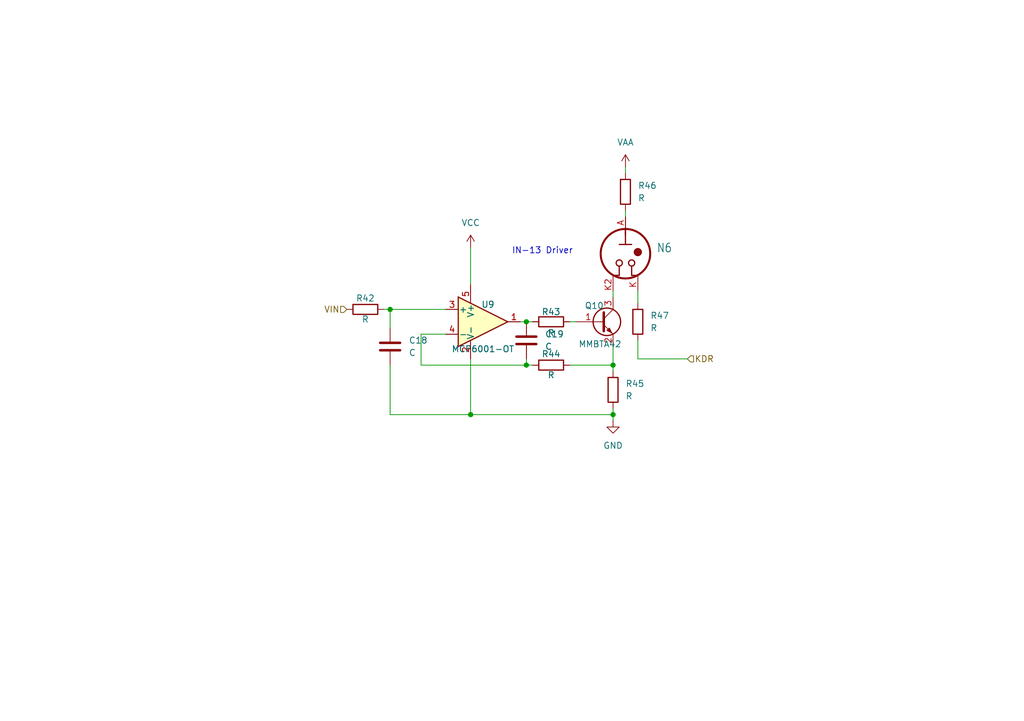
<source format=kicad_sch>
(kicad_sch (version 20250114) (generator "eeschema") (generator_version "9.0")
  (paper "A5")
  (title_block (title "IN-13 Driver") (date "2025-02-10") (rev "1") (company "Foxhood Designs") (comment 1 "RC Low-pass Filter anticipates a frequency of ~200Khz.") (comment 2 "Anode Resistor will deal with bulk of thermal energy"))
  (lib_symbols
    (symbol "Amplifier_Operational:MCP6001-OT" (pin_names (offset 0.127))
      (property "Reference" "U" (at -1.27 6.35 0))
      (property "Value" "MCP6001-OT" (at -1.27 3.81 0))
      (symbol "MCP6001-OT_0_1"
        (polyline (pts (xy -5.08 5.08) (xy 5.08 0) (xy -5.08 -5.08) (xy -5.08 5.08)) (stroke (width 0.254)) (fill (type background)))
        (pin power_in line (at -2.54 7.62 270) (length 3.81) (name "V+") (number "5"))
        (pin power_in line (at -2.54 -7.62 90) (length 3.81) (name "V-") (number "2"))
      )
      (symbol "MCP6001-OT_1_1"
        (pin input line (at -7.62 2.54 0) (length 2.54) (name "+") (number "3"))
        (pin input line (at -7.62 -2.54 0) (length 2.54) (name "-") (number "4"))
        (pin output line (at 7.62 0 180) (length 2.54) (name "~") (number "1"))
      )
    )
    (symbol "Device:C" (pin_numbers (hide yes)) (pin_names (offset 0.254))
      (property "Reference" "C" (at 0.635 2.54 0))
      (property "Value" "C" (at 0.635 -2.54 0))
      (symbol "C_0_1"
        (polyline (pts (xy -2.032 0.762) (xy 2.032 0.762)) (stroke (width 0.508)))
        (polyline (pts (xy -2.032 -0.762) (xy 2.032 -0.762)) (stroke (width 0.508)))
      )
      (symbol "C_1_1"
        (pin passive line (at 0 3.81 270) (length 2.794) (name "~") (number "1"))
        (pin passive line (at 0 -3.81 90) (length 2.794) (name "~") (number "2"))
      )
    )
    (symbol "Device:R" (pin_numbers (hide yes)) (pin_names (offset 0))
      (property "Reference" "R" (at 2.032 0 90))
      (property "Value" "R" (at 0 0 90))
      (symbol "R_0_1"
        (rectangle (start -1.016 -2.54) (end 1.016 2.54) (stroke (width 0.254)))
      )
      (symbol "R_1_1"
        (pin passive line (at 0 3.81 270) (length 1.27) (name "~") (number "1"))
        (pin passive line (at 0 -3.81 90) (length 1.27) (name "~") (number "2"))
      )
    )
    (symbol "Transistor_BJT:MMBTA42" (pin_names (offset 0) (hide yes))
      (property "Reference" "Q" (at 5.08 1.905 0))
      (property "Value" "MMBTA42" (at 5.08 0 0))
      (symbol "MMBTA42_0_1"
        (polyline (pts (xy 0 0) (xy 0.635 0)))
        (polyline (pts (xy 0.635 1.905) (xy 0.635 -1.905) (xy 0.635 -1.905)) (stroke (width 0.508)))
        (polyline (pts (xy 0.635 0.635) (xy 2.54 2.54)))
        (polyline (pts (xy 0.635 -0.635) (xy 2.54 -2.54) (xy 2.54 -2.54)))
        (circle (center 1.27 0) (radius 2.8194) (stroke (width 0.254)))
        (polyline (pts (xy 1.27 -1.778) (xy 1.778 -1.27) (xy 2.286 -2.286) (xy 1.27 -1.778) (xy 1.27 -1.778)) (fill (type outline)))
      )
      (symbol "MMBTA42_1_1"
        (pin input line (at -5.08 0 0) (length 5.08) (name "B") (number "1"))
        (pin passive line (at 2.54 5.08 270) (length 2.54) (name "C") (number "3"))
        (pin passive line (at 2.54 -5.08 90) (length 2.54) (name "E") (number "2"))
      )
    )
    (symbol "power:GND" (power) (pin_numbers (hide yes)) (pin_names (offset 0) (hide yes))
      (property "Value" "GND" (at 0 -3.81 0))
      (symbol "GND_0_1"
        (polyline (pts (xy 0 0) (xy 0 -1.27) (xy 1.27 -1.27) (xy 0 -2.54) (xy -1.27 -1.27) (xy 0 -1.27)))
      )
      (symbol "GND_1_1"
        (pin power_in line (at 0 0 270) (length 0) (name "~") (number "1"))
      )
    )
    (symbol "power:VAA" (power) (pin_numbers (hide yes)) (pin_names (offset 0) (hide yes))
      (property "Value" "VAA" (at 0 3.556 0))
      (symbol "VAA_0_1"
        (polyline (pts (xy -0.762 1.27) (xy 0 2.54)))
        (polyline (pts (xy 0 2.54) (xy 0.762 1.27)))
        (polyline (pts (xy 0 0) (xy 0 2.54)))
      )
      (symbol "VAA_1_1"
        (pin power_in line (at 0 0 90) (length 0) (name "~") (number "1"))
      )
    )
    (symbol "power:VCC" (power) (pin_numbers (hide yes)) (pin_names (offset 0) (hide yes))
      (property "Value" "VCC" (at 0 3.556 0))
      (symbol "VCC_0_1"
        (polyline (pts (xy -0.762 1.27) (xy 0 2.54)))
        (polyline (pts (xy 0 2.54) (xy 0.762 1.27)))
        (polyline (pts (xy 0 0) (xy 0 2.54)))
      )
      (symbol "VCC_1_1"
        (pin power_in line (at 0 0 90) (length 0) (name "~") (number "1"))
      )
    )
    (symbol "russian-nixies:IN-13"
      (property "Reference" "N" (at -3.81 6.35 0))
      (symbol "IN-13_1_0"
        (polyline (pts (xy -7.62 0) (xy -5.08 0)) (stroke (width 0.1524)))
        (polyline (pts (xy -5.08 0) (xy -1.905 0)) (stroke (width 0.254)))
        (polyline (pts (xy -3.81 0) (xy -5.08 0)) (stroke (width 0.254)))
        (polyline (pts (xy -1.905 0) (xy -1.905 1.27)) (stroke (width 0.254)))
        (polyline (pts (xy -1.905 0) (xy -1.905 -1.27)) (stroke (width 0.254)))
        (circle (center -0.3302 2.54) (radius 0.0915) (stroke (width 0.1524)))
        (circle (center -0.3302 2.54) (radius 0.217) (stroke (width 0.1524)))
        (circle (center -0.3302 2.54) (radius 0.259) (stroke (width 0.1524)))
        (circle (center -0.3302 2.54) (radius 0.3698) (stroke (width 0.1524)))
        (circle (center -0.3302 2.54) (radius 0.635) (stroke (width 0.4064)))
        (polyline (pts (xy -0.3302 2.5146) (xy -0.2794 2.5146)) (stroke (width 0.1524)))
        (arc (start -0.3302 2.5146) (mid -0.3661 2.5295) (end -0.381 2.5654) (stroke (width 0.1524)))
        (circle (center 0 0) (radius 5.08) (stroke (width 0.4064)))
        (circle (center 1.905 1.27) (radius 0.635) (stroke (width 0.254)))
        (circle (center 1.905 -1.27) (radius 0.635) (stroke (width 0.254)))
        (polyline (pts (xy 4.445 1.27) (xy 2.54 1.27)) (stroke (width 0.254)))
        (polyline (pts (xy 4.445 1.27) (xy 4.445 2.54)) (stroke (width 0.254)))
        (polyline (pts (xy 4.445 -1.27) (xy 2.54 -1.27)) (stroke (width 0.254)))
        (polyline (pts (xy 4.445 -1.27) (xy 4.445 -2.54)) (stroke (width 0.254)))
        (polyline (pts (xy 5.08 2.54) (xy 4.445 2.54)) (stroke (width 0.1524)))
        (polyline (pts (xy 5.08 -2.54) (xy 4.445 -2.54)) (stroke (width 0.1524)))
        (pin bidirectional line (at -7.62 0 0) (length 2.54) (name "A") (number "A"))
        (pin bidirectional line (at 7.62 2.54 180) (length 2.54) (name "K") (number "K"))
        (pin bidirectional line (at 7.62 -2.54 180) (length 2.54) (name "K2") (number "K2"))
      )
    )
  )
  (text "IN-13 Driver" (at 111.252 51.562 0) (effects (font (size 1.27 1.27))))
  (junction (at 107.95 74.93))
  (junction (at 107.95 66.04))
  (junction (at 125.73 74.93))
  (junction (at 96.52 85.09))
  (junction (at 125.73 85.09))
  (junction (at 80.01 63.5))
  (wire (pts (xy 125.73 85.09) (xy 125.73 83.82)))
  (wire (pts (xy 116.84 74.93) (xy 125.73 74.93)))
  (wire (pts (xy 130.81 62.23) (xy 130.81 59.69)))
  (wire (pts (xy 80.01 63.5) (xy 91.44 63.5)))
  (wire (pts (xy 96.52 50.8) (xy 96.52 58.42)))
  (wire (pts (xy 96.52 85.09) (xy 96.52 73.66)))
  (wire (pts (xy 130.81 69.85) (xy 130.81 73.66)))
  (wire (pts (xy 125.73 74.93) (xy 125.73 76.2)))
  (wire (pts (xy 86.36 74.93) (xy 107.95 74.93)))
  (wire (pts (xy 109.22 66.04) (xy 107.95 66.04)))
  (wire (pts (xy 107.95 74.93) (xy 109.22 74.93)))
  (wire (pts (xy 128.27 34.29) (xy 128.27 35.56)))
  (wire (pts (xy 91.44 68.58) (xy 86.36 68.58)))
  (wire (pts (xy 107.95 66.04) (xy 106.68 66.04)))
  (wire (pts (xy 78.74 63.5) (xy 80.01 63.5)))
  (wire (pts (xy 130.81 73.66) (xy 140.97 73.66)))
  (wire (pts (xy 80.01 67.31) (xy 80.01 63.5)))
  (wire (pts (xy 125.73 85.09) (xy 125.73 86.36)))
  (wire (pts (xy 128.27 43.18) (xy 128.27 44.45)))
  (wire (pts (xy 86.36 68.58) (xy 86.36 74.93)))
  (wire (pts (xy 125.73 59.69) (xy 125.73 60.96)))
  (wire (pts (xy 80.01 74.93) (xy 80.01 85.09)))
  (wire (pts (xy 80.01 85.09) (xy 96.52 85.09)))
  (wire (pts (xy 96.52 85.09) (xy 125.73 85.09)))
  (wire (pts (xy 125.73 71.12) (xy 125.73 74.93)))
  (wire (pts (xy 116.84 66.04) (xy 118.11 66.04)))
  (wire (pts (xy 107.95 73.66) (xy 107.95 74.93)))
  (hierarchical_label "KDR" (shape input) (at 140.97 73.66 0))
  (hierarchical_label "VIN" (shape input) (at 71.12 63.5 180))
  (symbol (lib_id "Device:C") (at 107.95 69.85 0) (unit 1)
    (property "Reference" "C15" (at 111.76 68.5799 0) (effects (justify left)))
    (property "Value" "C" (at 111.76 71.1199 0) (effects (justify left)))
    (property "Footprint" "Capacitor_SMD:C_0805_2012Metric" (effects (hide yes)))
    (property "Description" "Unpolarized capacitor" (effects (hide yes)))
    (instances (project "FHM_MKI" (path "" (reference "C19") (unit 1)) (path "" (reference "C17") (unit 1)) (path "" (reference "C15") (unit 1))))
  )
  (symbol (lib_id "Transistor_BJT:MMBTA42") (at 123.19 66.04 0) (unit 1)
    (property "Reference" "Q8" (at 119.888 62.738 0) (effects (justify left)))
    (property "Value" "MMBTA42" (at 118.618 70.612 0) (effects (justify left)))
    (property "Footprint" "Package_TO_SOT_SMD:SOT-23" (effects (hide yes)))
    (property "Datasheet" "https://www.onsemi.com/pub/Collateral/MMBTA42LT1-D.PDF" (effects (hide yes)))
    (property "Description" "0.5A Ic, 300V Vce, NPN High Voltage Transistor, SOT-23" (effects (hide yes)))
    (instances (project "FHM_MKI" (path "" (reference "Q10") (unit 1)) (path "" (reference "Q9") (unit 1)) (path "" (reference "Q8") (unit 1))))
  )
  (symbol (lib_id "russian-nixies:IN-13") (at 128.27 52.07 270) (unit 1)
    (property "Reference" "N4" (at 134.62 50.8635 90) (effects (font (size 1.778 1.5113)) (justify left)))
    (property "Footprint" "russian-nixies:IN-13" (effects (hide yes)))
    (property "Description" "IN-13: large nixie bargraph" (effects (hide yes)))
    (instances (project "FHM_MKI" (path "" (reference "N6") (unit 1)) (path "" (reference "N5") (unit 1)) (path "" (reference "N4") (unit 1))))
  )
  (symbol (lib_id "Device:R") (at 125.73 80.01 0) (unit 1)
    (property "Reference" "R33" (at 128.27 78.7399 0) (effects (justify left)))
    (property "Value" "R" (at 128.27 81.2799 0) (effects (justify left)))
    (property "Footprint" "Resistor_SMD:R_0805_2012Metric_Pad1.20x1.40mm_HandSolder" (effects (hide yes)))
    (property "Description" "Resistor" (effects (hide yes)))
    (instances (project "FHM_MKI" (path "" (reference "R45") (unit 1)) (path "" (reference "R39") (unit 1)) (path "" (reference "R33") (unit 1))))
  )
  (symbol (lib_id "power:VCC") (at 96.52 50.8 0) (unit 1)
    (property "Reference" "#PWR033" (effects (hide yes)))
    (property "Value" "VCC" (at 96.52 45.72 0))
    (property "Description" "Power symbol creates a global label with name \"VCC\"" (effects (hide yes)))
    (instances (project "FHM_MKI" (path "" (reference "#PWR039") (unit 1)) (path "" (reference "#PWR036") (unit 1)) (path "" (reference "#PWR033") (unit 1))))
  )
  (symbol (lib_id "power:VAA") (at 128.27 34.29 0) (unit 1)
    (property "Reference" "#PWR035" (effects (hide yes)))
    (property "Value" "VAA" (at 128.27 29.21 0))
    (property "Description" "Power symbol creates a global label with name \"VAA\"" (effects (hide yes)))
    (instances (project "FHM_MKI" (path "" (reference "#PWR041") (unit 1)) (path "" (reference "#PWR038") (unit 1)) (path "" (reference "#PWR035") (unit 1))))
  )
  (symbol (lib_id "power:GND") (at 125.73 86.36 0) (unit 1)
    (property "Reference" "#PWR034" (effects (hide yes)))
    (property "Value" "GND" (at 125.73 91.44 0))
    (property "Description" "Power symbol creates a global label with name \"GND\" , ground" (effects (hide yes)))
    (instances (project "FHM_MKI" (path "" (reference "#PWR040") (unit 1)) (path "" (reference "#PWR037") (unit 1)) (path "" (reference "#PWR034") (unit 1))))
  )
  (symbol (lib_id "Device:R") (at 113.03 66.04 90) (unit 1)
    (property "Reference" "R31" (at 113.03 64.008 90))
    (property "Value" "R" (at 113.03 68.326 90))
    (property "Footprint" "Resistor_SMD:R_0805_2012Metric" (effects (hide yes)))
    (property "Description" "Resistor" (effects (hide yes)))
    (instances (project "FHM_MKI" (path "" (reference "R43") (unit 1)) (path "" (reference "R37") (unit 1)) (path "" (reference "R31") (unit 1))))
  )
  (symbol (lib_id "Device:R") (at 74.93 63.5 90) (unit 1)
    (property "Reference" "R29" (at 74.93 61.214 90))
    (property "Value" "R" (at 74.93 65.532 90))
    (property "Footprint" "Resistor_SMD:R_0805_2012Metric" (effects (hide yes)))
    (property "Description" "Resistor" (effects (hide yes)))
    (instances (project "FHM_MKI" (path "" (reference "R42") (unit 1)) (path "" (reference "R36") (unit 1)) (path "" (reference "R29") (unit 1))))
  )
  (symbol (lib_id "Device:C") (at 80.01 71.12 0) (unit 1)
    (property "Reference" "C14" (at 83.82 69.8499 0) (effects (justify left)))
    (property "Value" "C" (at 83.82 72.3899 0) (effects (justify left)))
    (property "Footprint" "Capacitor_SMD:C_0805_2012Metric" (effects (hide yes)))
    (property "Description" "Unpolarized capacitor" (effects (hide yes)))
    (instances (project "FHM_MKI" (path "" (reference "C18") (unit 1)) (path "" (reference "C16") (unit 1)) (path "" (reference "C14") (unit 1))))
  )
  (symbol (lib_id "Amplifier_Operational:MCP6001-OT") (at 99.06 66.04 0) (unit 1)
    (property "Reference" "U7" (at 100.076 62.484 0))
    (property "Value" "MCP6001-OT" (at 99.06 71.628 0))
    (property "Footprint" "Package_TO_SOT_SMD:SOT-23-5" (effects (hide yes)))
    (property "Datasheet" "https://ww1.microchip.com/downloads/en/DeviceDoc/MCP6001-1R-1U-2-4-1-MHz-Low-Power-Op-Amp-DS20001733L.pdf" (effects (hide yes)))
    (property "Description" "1MHz, Low-Power Op Amp, SOT-23-5" (effects (hide yes)))
    (instances (project "FHM_MKI" (path "" (reference "U9") (unit 1)) (path "" (reference "U8") (unit 1)) (path "" (reference "U7") (unit 1))))
  )
  (symbol (lib_id "Device:R") (at 128.27 39.37 0) (unit 1)
    (property "Reference" "R34" (at 130.81 38.0999 0) (effects (justify left)))
    (property "Value" "R" (at 130.81 40.6399 0) (effects (justify left)))
    (property "Footprint" "Resistor_SMD:R_2512_6332Metric_Pad1.40x3.35mm_HandSolder" (effects (hide yes)))
    (property "Description" "Resistor" (effects (hide yes)))
    (instances (project "FHM_MKI" (path "" (reference "R46") (unit 1)) (path "" (reference "R40") (unit 1)) (path "" (reference "R34") (unit 1))))
  )
  (symbol (lib_id "Device:R") (at 130.81 66.04 0) (unit 1)
    (property "Reference" "R35" (at 133.35 64.7699 0) (effects (justify left)))
    (property "Value" "R" (at 133.35 67.3099 0) (effects (justify left)))
    (property "Footprint" "Resistor_SMD:R_0805_2012Metric_Pad1.20x1.40mm_HandSolder" (effects (hide yes)))
    (property "Description" "Resistor" (effects (hide yes)))
    (instances (project "FHM_MKI" (path "" (reference "R47") (unit 1)) (path "" (reference "R41") (unit 1)) (path "" (reference "R35") (unit 1))))
  )
  (symbol (lib_id "Device:R") (at 113.03 74.93 90) (unit 1)
    (property "Reference" "R32" (at 113.03 72.644 90))
    (property "Value" "R" (at 113.03 76.962 90))
    (property "Footprint" "Resistor_SMD:R_0805_2012Metric" (effects (hide yes)))
    (property "Description" "Resistor" (effects (hide yes)))
    (instances (project "FHM_MKI" (path "" (reference "R44") (unit 1)) (path "" (reference "R38") (unit 1)) (path "" (reference "R32") (unit 1))))
  )
)
</source>
